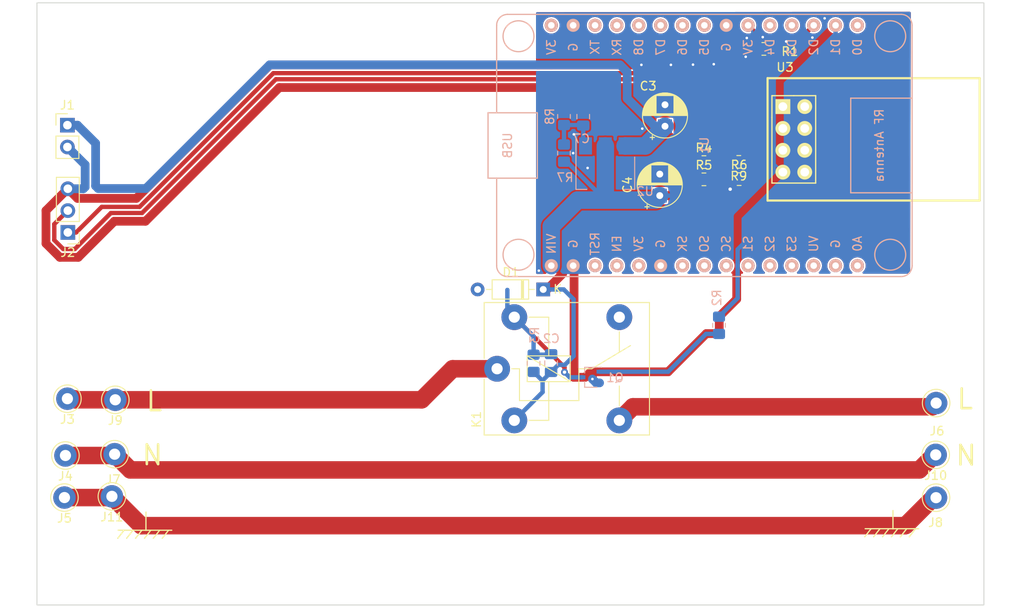
<source format=kicad_pcb>
(kicad_pcb (version 20221018) (generator pcbnew)
  (layers (0 "F.Cu" signal) (31 "B.Cu" signal) (34 "B.Paste" user) (35 "F.Paste" user) (36 "B.SilkS" user "B.Silkscreen") (37 "F.SilkS" user "F.Silkscreen") (38 "B.Mask" user) (39 "F.Mask" user) (44 "Edge.Cuts" user))
  (net 0 "")
  (net 1 "+5VD")
  (net 2 "GND")
  (net 3 "Net-(D1-A)")
  (net 4 "Net-(U2-GND)")
  (net 5 "+3.3V")
  (net 6 "/TEMP")
  (net 7 "Net-(J3-Pin_1)")
  (net 8 "Net-(J10-Pin_1)")
  (net 9 "Net-(J6-Pin_1)")
  (net 10 "Net-(Q1-B)")
  (net 11 "Earth_Protective")
  (net 12 "/RLY")
  (net 14 "+12V")
  (net 37 "Net-(D1-K)")
  (net 38 "Net-(U3-CH_PD)")
  (footprint "Connector_Pin:Pin_D1.3mm_L11.0mm" (layer "F.Cu") (at 68.9102 105.0036)
    (fp_text reference "J9" (at 0 2.4) (layer "F.SilkS"))
    (fp_text value "Conn_01x01_Male")
    (pad "1" thru_hole circle (at 0 0) (size 2.6 2.6) (drill 1.3) (layers "*.Cu" "*.Mask") (net 7 "Net-(J3-Pin_1)"))
  )
  (footprint "Connector_Pin:Pin_D1.3mm_L11.0mm" (layer "F.Cu") (at 164.2618 105.3846 90)
    (fp_text reference "J6" (at -3.2512 0.1016 180) (layer "F.SilkS"))
    (fp_text value "Conn_01x01_Male")
    (pad "1" thru_hole circle (at 0 0 90) (size 2.6 2.6) (drill 1.3) (layers "*.Cu" "*.Mask") (net 9 "Net-(J6-Pin_1)"))
  )
  (footprint "KicadPcb:ESP-01" (layer "F.Cu") (at 146.4564 70.9168)
    (fp_text reference "U3" (at 0.254 -4.572) (layer "F.SilkS"))
    (fp_text value "ESP-01v090")
    (pad "1" thru_hole rect (at 0 0) (size 1.7272 1.7272) (drill 1.016) (layers "*.Cu" "*.Mask" "F.SilkS"))
    (pad "2" thru_hole oval (at 2.54 0) (size 1.7272 1.7272) (drill 1.016) (layers "*.Cu" "*.Mask" "F.SilkS") (net 2 "GND"))
    (pad "3" thru_hole oval (at 0 2.54) (size 1.7272 1.7272) (drill 1.016) (layers "*.Cu" "*.Mask" "F.SilkS") (net 38 "Net-(U3-CH_PD)"))
    (pad "4" thru_hole oval (at 2.54 2.54) (size 1.7272 1.7272) (drill 1.016) (layers "*.Cu" "*.Mask" "F.SilkS") (net 12 "/RLY"))
    (pad "5" thru_hole oval (at 0 5.08) (size 1.7272 1.7272) (drill 1.016) (layers "*.Cu" "*.Mask" "F.SilkS"))
    (pad "6" thru_hole oval (at 2.54 5.08) (size 1.7272 1.7272) (drill 1.016) (layers "*.Cu" "*.Mask" "F.SilkS") (net 6 "/TEMP"))
    (pad "7" thru_hole oval (at 0 7.62) (size 1.7272 1.7272) (drill 1.016) (layers "*.Cu" "*.Mask" "F.SilkS") (net 5 "+3.3V"))
    (pad "8" thru_hole oval (at 2.54 7.62) (size 1.7272 1.7272) (drill 1.016) (layers "*.Cu" "*.Mask" "F.SilkS"))
  )
  (footprint "Connector_Pin:Pin_D1.3mm_L11.0mm" (layer "F.Cu") (at 164.2491 116.3828 90)
    (fp_text reference "J8" (at -2.8956 -0.0508 180) (layer "F.SilkS"))
    (fp_text value "Conn_01x01_Male")
    (pad "1" thru_hole circle (at 0 0 90) (size 2.6 2.6) (drill 1.3) (layers "*.Cu" "*.Mask") (net 11 "Earth_Protective"))
  )
  (footprint "Connector_PinHeader_2.54mm:PinHeader_1x03_P2.54mm_Vertical" (layer "F.Cu") (at 63.3984 85.5472 180)
    (fp_text reference "J2" (at 0 -2.33) (layer "F.SilkS"))
    (fp_text value "Conn_01x03_Male")
    (pad "1" thru_hole rect (at 0 0 180) (size 1.7 1.7) (drill 1) (layers "*.Cu" "*.Mask") (net 5 "+3.3V"))
    (pad "2" thru_hole oval (at 0 2.54 180) (size 1.7 1.7) (drill 1) (layers "*.Cu" "*.Mask") (net 6 "/TEMP"))
    (pad "3" thru_hole oval (at 0 5.08 180) (size 1.7 1.7) (drill 1) (layers "*.Cu" "*.Mask") (net 2 "GND"))
  )
  (footprint "Connector_Pin:Pin_D1.3mm_L11.0mm" (layer "F.Cu") (at 63.0047 116.3701)
    (fp_text reference "J5" (at 0 2.4) (layer "F.SilkS"))
    (fp_text value "Conn_01x01_Male")
    (pad "1" thru_hole circle (at 0 0) (size 2.6 2.6) (drill 1.3) (layers "*.Cu" "*.Mask") (net 11 "Earth_Protective"))
  )
  (footprint "Capacitor_THT:CP_Radial_D5.0mm_P2.50mm" (layer "F.Cu") (at 132.7658 73.2028 90)
    (fp_text reference "C3" (at 4.6736 -1.9558) (layer "F.SilkS"))
    (fp_text value "C_Polarized_Small")
    (pad "1" thru_hole rect (at 0 0 90) (size 1.6 1.6) (drill 0.8) (layers "*.Cu" "*.Mask") (net 14 "+12V"))
    (pad "2" thru_hole circle (at 2.5 0 90) (size 1.6 1.6) (drill 0.8) (layers "*.Cu" "*.Mask") (net 2 "GND"))
  )
  (footprint "Connector_Pin:Pin_D1.3mm_L11.0mm" (layer "F.Cu") (at 68.834 111.3282 90)
    (fp_text reference "J7" (at -2.9464 -0.1778 180) (layer "F.SilkS"))
    (fp_text value "Conn_01x01_Male")
    (pad "1" thru_hole circle (at 0 0 90) (size 2.6 2.6) (drill 1.3) (layers "*.Cu" "*.Mask") (net 8 "Net-(J10-Pin_1)"))
  )
  (footprint "Connector_PinHeader_2.54mm:PinHeader_1x02_P2.54mm_Vertical" (layer "F.Cu") (at 63.3476 73.0758)
    (fp_text reference "J1" (at 0 -2.33) (layer "F.SilkS"))
    (fp_text value "Jack-DC")
    (pad "1" thru_hole rect (at 0 0) (size 1.7 1.7) (drill 1) (layers "*.Cu" "*.Mask") (net 14 "+12V"))
    (pad "2" thru_hole oval (at 0 2.54) (size 1.7 1.7) (drill 1) (layers "*.Cu" "*.Mask") (net 2 "GND"))
  )
  (footprint "Diode_THT:D_DO-35_SOD27_P7.62mm_Horizontal" (layer "F.Cu") (at 118.618 92.1766 180)
    (fp_text reference "D1" (at 3.7592 1.9812) (layer "F.SilkS"))
    (fp_text value "1N4148")
    (fp_text user "K" (at -1.6764 0.0254) (layer "F.SilkS"))
    (pad "1" thru_hole rect (at 0 0 180) (size 1.6 1.6) (drill 0.8) (layers "*.Cu" "*.Mask") (net 37 "Net-(D1-K)"))
    (pad "2" thru_hole oval (at 7.62 0 180) (size 1.6 1.6) (drill 0.8) (layers "*.Cu" "*.Mask") (net 3 "Net-(D1-A)"))
  )
  (footprint "Resistor_SMD:R_0805_2012Metric_Pad1.20x1.40mm_HandSolder" (layer "F.Cu") (at 144.2466 64.2112 180)
    (fp_text reference "R1" (at -3.0226 -0.3048 -360) (layer "F.SilkS"))
    (fp_text value "R_Small_US")
    (pad "1" smd roundrect (at -1 0 180) (size 1.2 1.4) (layers "F.Cu" "F.Paste" "F.Mask") (roundrect_rratio 0.208333) (net 6 "/TEMP"))
    (pad "2" smd roundrect (at 1 0 180) (size 1.2 1.4) (layers "F.Cu" "F.Paste" "F.Mask") (roundrect_rratio 0.208333) (net 5 "+3.3V"))
  )
  (footprint "Connector_Pin:Pin_D1.3mm_L11.0mm" (layer "F.Cu") (at 164.211 111.4044)
    (fp_text reference "J10" (at 0 2.4) (layer "F.SilkS"))
    (fp_text value "Conn_01x01_Male")
    (pad "1" thru_hole circle (at 0 0) (size 2.6 2.6) (drill 1.3) (layers "*.Cu" "*.Mask") (net 8 "Net-(J10-Pin_1)"))
  )
  (footprint "Resistor_SMD:R_0805_2012Metric_Pad1.20x1.40mm_HandSolder" (layer "F.Cu") (at 141.335 77.343 180)
    (fp_text reference "R9" (at 0 -1.65) (layer "F.SilkS"))
    (fp_text value "0")
    (pad "1" smd roundrect (at -1 0 180) (size 1.2 1.4) (layers "F.Cu" "F.Paste" "F.Mask") (roundrect_rratio 0.208333) (net 5 "+3.3V"))
    (pad "2" smd roundrect (at 1 0 180) (size 1.2 1.4) (layers "F.Cu" "F.Paste" "F.Mask") (roundrect_rratio 0.208333) (net 38 "Net-(U3-CH_PD)"))
  )
  (footprint "MountingHole:MountingHole_2.2mm_M2" (layer "F.Cu") (at 65 123.75)
    (fp_text reference "REF**" (at 0.2018 0.3544) (layer "F.SilkS"))
    (fp_text value "MountingHole_2.2mm_M2")
    (pad "" np_thru_hole circle locked (at 0 0) (size 5 5) (drill 5) (layers "F&B.Cu" "*.Mask"))
  )
  (footprint "MountingHole:MountingHole_2.2mm_M2" (layer "F.Cu") (at 165 123.75)
    (fp_text reference "REF**" (at -0.1032 0.456) (layer "F.SilkS"))
    (fp_text value "MountingHole_2.2mm_M2")
    (pad "" np_thru_hole circle locked (at 0 0) (size 5 5) (drill 5) (layers "F&B.Cu" "*.Mask"))
  )
  (footprint "Connector_Pin:Pin_D1.3mm_L11.0mm" (layer "F.Cu") (at 63.119 111.4806)
    (fp_text reference "J4" (at 0 2.4) (layer "F.SilkS"))
    (fp_text value "Conn_01x01_Male")
    (pad "1" thru_hole circle (at 0 0) (size 2.6 2.6) (drill 1.3) (layers "*.Cu" "*.Mask") (net 8 "Net-(J10-Pin_1)"))
  )
  (footprint "Connector_Pin:Pin_D1.3mm_L11.0mm" (layer "F.Cu") (at 68.5165 116.2304)
    (fp_text reference "J11" (at 0 2.4) (layer "F.SilkS"))
    (fp_text value "Conn_01x01_Male")
    (pad "1" thru_hole circle (at 0 0) (size 2.6 2.6) (drill 1.3) (layers "*.Cu" "*.Mask") (net 11 "Earth_Protective"))
  )
  (footprint "MountingHole:MountingHole_2.2mm_M2" (layer "F.Cu") (at 65 63.75)
    (fp_text reference "REF**" (at 0.151 0.0548) (layer "F.SilkS"))
    (fp_text value "MountingHole_2.2mm_M2")
    (pad "" np_thru_hole circle locked (at 0 0) (size 5 5) (drill 5) (layers "F&B.Cu" "*.Mask"))
  )
  (footprint "Resistor_SMD:R_0805_2012Metric_Pad1.20x1.40mm_HandSolder" (layer "F.Cu") (at 137.287 79.375)
    (fp_text reference "R5" (at 0 -1.65) (layer "F.SilkS"))
    (fp_text value "0")
    (pad "1" smd roundrect (at -1 0) (size 1.2 1.4) (layers "F.Cu" "F.Paste" "F.Mask") (roundrect_rratio 0.208333) (net 1 "+5VD"))
    (pad "2" smd roundrect (at 1 0) (size 1.2 1.4) (layers "F.Cu" "F.Paste" "F.Mask") (roundrect_rratio 0.208333) (net 37 "Net-(D1-K)"))
  )
  (footprint "Resistor_SMD:R_0805_2012Metric_Pad1.20x1.40mm_HandSolder" (layer "F.Cu") (at 141.3764 79.3496)
    (fp_text reference "R6" (at 0 -1.65) (layer "F.SilkS"))
    (fp_text value "0")
    (pad "1" smd roundrect (at -1 0) (size 1.2 1.4) (layers "F.Cu" "F.Paste" "F.Mask") (roundrect_rratio 0.208333) (net 1 "+5VD"))
    (pad "2" smd roundrect (at 1 0) (size 1.2 1.4) (layers "F.Cu" "F.Paste" "F.Mask") (roundrect_rratio 0.208333) (net 5 "+3.3V"))
  )
  (footprint "Relay_THT:Relay_SPDT_Finder_36.11" (layer "F.Cu") (at 113.2604 101.3968)
    (fp_text reference "K1" (at -2.3894 5.8928 90) (layer "F.SilkS"))
    (fp_text value "FINDER-36.11")
    (pad "11" thru_hole circle (at 0 0) (size 3 3) (drill 1.3) (layers "*.Cu" "*.Mask") (net 7 "Net-(J3-Pin_1)"))
    (pad "12" thru_hole circle (at 14.2 -6) (size 3 3) (drill 1.3) (layers "*.Cu" "*.Mask"))
    (pad "14" thru_hole circle (at 14.2 6) (size 3 3) (drill 1.3) (layers "*.Cu" "*.Mask") (net 9 "Net-(J6-Pin_1)"))
    (pad "A1" thru_hole circle (at 2 6) (size 3 3) (drill 1.3) (layers "*.Cu" "*.Mask") (net 37 "Net-(D1-K)"))
    (pad "A2" thru_hole circle (at 2 -6) (size 3 3) (drill 1.3) (layers "*.Cu" "*.Mask") (net 3 "Net-(D1-A)"))
  )
  (footprint "Capacitor_THT:CP_Radial_D5.0mm_P2.50mm" (layer "F.Cu") (at 132.1562 81.265913 90)
    (fp_text reference "C4" (at 1.25 -3.75 90) (layer "F.SilkS"))
    (fp_text value "C_Polarized_Small")
    (pad "1" thru_hole rect (at 0 0 90) (size 1.6 1.6) (drill 0.8) (layers "*.Cu" "*.Mask") (net 1 "+5VD"))
    (pad "2" thru_hole circle (at 2.5 0 90) (size 1.6 1.6) (drill 0.8) (layers "*.Cu" "*.Mask") (net 2 "GND"))
  )
  (footprint "Connector_Pin:Pin_D1.3mm_L11.0mm" (layer "F.Cu") (at 63.3476 104.8766)
    (fp_text reference "J3" (at 0 2.4) (layer "F.SilkS"))
    (fp_text value "Conn_01x01_Male")
    (pad "1" thru_hole circle (at 0 0) (size 2.6 2.6) (drill 1.3) (layers "*.Cu" "*.Mask") (net 7 "Net-(J3-Pin_1)"))
  )
  (footprint "MountingHole:MountingHole_2.2mm_M2" (layer "F.Cu") (at 165 63.75)
    (fp_text reference "REF**" (at -0.1032 0.2072) (layer "F.SilkS"))
    (fp_text value "MountingHole_2.2mm_M2")
    (pad "" np_thru_hole circle locked (at 0 0) (size 5 5) (drill 5) (layers "F&B.Cu" "*.Mask"))
  )
  (footprint "Resistor_SMD:R_0805_2012Metric_Pad1.20x1.40mm_HandSolder" (layer "F.Cu") (at 137.287 77.3684)
    (fp_text reference "R4" (at 0 -1.65) (layer "F.SilkS"))
    (fp_text value "0")
    (pad "1" smd roundrect (at -1 0) (size 1.2 1.4) (layers "F.Cu" "F.Paste" "F.Mask") (roundrect_rratio 0.208333) (net 14 "+12V"))
    (pad "2" smd roundrect (at 1 0) (size 1.2 1.4) (layers "F.Cu" "F.Paste" "F.Mask") (roundrect_rratio 0.208333) (net 37 "Net-(D1-K)"))
  )
  (footprint "Capacitor_SMD:C_0805_2012Metric_Pad1.18x1.45mm_HandSolder" (layer "B.Cu") (at 119.5324 100.7364 -90)
    (fp_text reference "C2" (at -2.8487 -0.0254) (layer "B.SilkS") (effects (justify mirror)))
    (fp_text value "C_Small")
    (pad "1" smd roundrect (at -1.0375 0 270) (size 1.175 1.45) (layers "B.Cu" "B.Paste" "B.Mask") (roundrect_rratio 0.212766) (net 3 "Net-(D1-A)"))
    (pad "2" smd roundrect (at 1.0375 0 270) (size 1.175 1.45) (layers "B.Cu" "B.Paste" "B.Mask") (roundrect_rratio 0.212766) (net 37 "Net-(D1-K)"))
  )
  (footprint "Resistor_SMD:R_0805_2012Metric_Pad1.20x1.40mm_HandSolder" (layer "B.Cu") (at 121.031 72.0598 -90)
    (fp_text reference "R8" (at 0 1.65 90) (layer "B.SilkS") (effects (justify mirror)))
    (fp_text value "R_Small_US")
    (pad "1" smd roundrect (at -1 0 270) (size 1.2 1.4) (layers "B.Cu" "B.Paste" "B.Mask") (roundrect_rratio 0.208333) (net 2 "GND"))
    (pad "2" smd roundrect (at 1 0 270) (size 1.2 1.4) (layers "B.Cu" "B.Paste" "B.Mask") (roundrect_rratio 0.208333) (net 4 "Net-(U2-GND)"))
  )
  (footprint "Capacitor_SMD:C_0805_2012Metric_Pad1.18x1.45mm_HandSolder" (layer "B.Cu") (at 123.2662 72.0852 90)
    (fp_text reference "C7" (at -2.5654 -0.2032) (layer "B.SilkS") (effects (justify mirror)))
    (fp_text value "C_Small")
    (pad "1" smd roundrect (at -1.0375 0 90) (size 1.175 1.45) (layers "B.Cu" "B.Paste" "B.Mask") (roundrect_rratio 0.212766) (net 4 "Net-(U2-GND)"))
    (pad "2" smd roundrect (at 1.0375 0 90) (size 1.175 1.45) (layers "B.Cu" "B.Paste" "B.Mask") (roundrect_rratio 0.212766) (net 2 "GND"))
  )
  (footprint "Package_TO_SOT_SMD:SOT-323_SC-70" (layer "B.Cu") (at 124.1646 102.3874 180)
    (fp_text reference "Q1" (at -2.794 -0.0508) (layer "B.SilkS") (effects (justify mirror)))
    (fp_text value "2SC4213")
    (pad "1" smd rect (at -1 0.65 270) (size 0.45 0.7) (layers "B.Cu" "B.Paste" "B.Mask") (net 10 "Net-(Q1-B)"))
    (pad "2" smd rect (at -1 -0.65 270) (size 0.45 0.7) (layers "B.Cu" "B.Paste" "B.Mask") (net 2 "GND"))
    (pad "3" smd rect (at 1 0 270) (size 0.45 0.7) (layers "B.Cu" "B.Paste" "B.Mask") (net 3 "Net-(D1-A)"))
  )
  (footprint "Resistor_SMD:R_0805_2012Metric_Pad1.20x1.40mm_HandSolder" (layer "B.Cu") (at 139.0396 96.3422 -90)
    (fp_text reference "R2" (at -3.2004 0.254 90) (layer "B.SilkS") (effects (justify mirror)))
    (fp_text value "200")
    (pad "1" smd roundrect (at -1 0 270) (size 1.2 1.4) (layers "B.Cu" "B.Paste" "B.Mask") (roundrect_rratio 0.208333) (net 12 "/RLY"))
    (pad "2" smd roundrect (at 1 0 270) (size 1.2 1.4) (layers "B.Cu" "B.Paste" "B.Mask") (roundrect_rratio 0.208333) (net 10 "Net-(Q1-B)"))
  )
  (footprint "Resistor_SMD:R_0805_2012Metric_Pad1.20x1.40mm_HandSolder" (layer "B.Cu") (at 117.5004 100.7618 90)
    (fp_text reference "R3" (at 3.2766 0.127 90) (layer "B.SilkS") (effects (justify mirror)))
    (fp_text value "R_Small_US")
    (pad "1" smd roundrect (at -1 0 90) (size 1.2 1.4) (layers "B.Cu" "B.Paste" "B.Mask") (roundrect_rratio 0.208333) (net 37 "Net-(D1-K)"))
    (pad "2" smd roundrect (at 1 0 90) (size 1.2 1.4) (layers "B.Cu" "B.Paste" "B.Mask") (roundrect_rratio 0.208333) (net 3 "Net-(D1-A)"))
  )
  (footprint "KicadPcb:NodeMCU1.0(12-E)" (layer "B.Cu") (at 137.3378 75.438 90)
    (fp_text reference "U1" (at 0 0 90) (layer "B.SilkS") (effects (justify mirror)))
    (fp_text value "NodeMCU_1.0_(ESP-12E)")
    (fp_text user "VIN" (at -11.43 -17.78 90) (layer "B.SilkS") (effects (justify mirror)))
    (fp_text user "D5" (at 11.43 0 90) (layer "B.SilkS") (effects (justify mirror)))
    (fp_text user "G" (at -11.43 -5.08 90) (layer "B.SilkS") (effects (justify mirror)))
    (fp_text user "D1" (at 11.43 15.24 90) (layer "B.SilkS") (effects (justify mirror)))
    (fp_text user "S1" (at -11.43 5.08 90) (layer "B.SilkS") (effects (justify mirror)))
    (fp_text user "TX" (at 11.43 -12.7 90) (layer "B.SilkS") (effects (justify mirror)))
    (fp_text user "D0" (at 11.43 17.78 90) (layer "B.SilkS") (effects (justify mirror)))
    (fp_text user "D4" (at 11.43 7.62 90) (layer "B.SilkS") (effects (justify mirror)))
    (fp_text user "S2" (at -11.43 7.62 90) (layer "B.SilkS") (effects (justify mirror)))
    (fp_text user "G" (at 11.43 2.54 90) (layer "B.SilkS") (effects (justify mirror)))
    (fp_text user "USB" (at 0 -22.86 90) (layer "B.SilkS") (effects (justify mirror)))
    (fp_text user "A0" (at -11.43 17.78 90) (layer "B.SilkS") (effects (justify mirror)))
    (fp_text user "RF Antenna" (at 0 20.32 90) (layer "B.SilkS") (effects (justify mirror)))
    (fp_text user "D3" (at 11.43 10.16 90) (layer "B.SilkS") (effects (justify mirror)))
    (fp_text user "G" (at -11.43 -15.24 90) (layer "B.SilkS") (effects (justify mirror)))
    (fp_text user "S3" (at -11.43 10.16 90) (layer "B.SilkS") (effects (justify mirror)))
    (fp_text user "G" (at -11.43 15.24 90) (layer "B.SilkS") (effects (justify mirror)))
    (fp_text user "3V" (at 11.43 -17.78 90) (layer "B.SilkS") (effects (justify mirror)))
    (fp_text user "D6" (at 11.43 -2.54 90) (layer "B.SilkS") (effects (justify mirror)))
    (fp_text user "D2" (at 11.43 12.7 90) (layer "B.SilkS") (effects (justify mirror)))
    (fp_text user "3V" (at -11.43 -7.62 90) (layer "B.SilkS") (effects (justify mirror)))
    (fp_text user "D8" (at 11.43 -7.62 90) (layer "B.SilkS") (effects (justify mirror)))
    (fp_text user "SK" (at -11.43 -2.54 90) (layer "B.SilkS") (effects (justify mirror)))
    (fp_text user "D7" (at 11.43 -5.08 90) (layer "B.SilkS") (effects (justify mirror)))
    (fp_text user "EN" (at -11.43 -10.16 90) (layer "B.SilkS") (effects (justify mirror)))
    (fp_text user "G" (at 11.43 -15.24 90) (layer "B.SilkS") (effects (justify mirror)))
    (fp_text user "SC" (at -11.43 2.54 90) (layer "B.SilkS") (effects (justify mirror)))
    (fp_text user "3V" (at 11.43 5.08 90) (layer "B.SilkS") (effects (justify mirror)))
    (fp_text user "VU" (at -11.43 12.7 90) (layer "B.SilkS") (effects (justify mirror)))
    (fp_text user "RX" (at 11.43 -10.16 90) (layer "B.SilkS") (effects (justify mirror)))
    (fp_text user "SO" (at -11.43 0 90) (layer "B.SilkS") (effects (justify mirror)))
    (fp_text user "RST" (at -11.43 -12.7 90) (layer "B.SilkS") (effects (justify mirror)))
    (pad "1" thru_hole circle (at -13.97 17.78 90) (size 1.524 1.524) (drill 0.762) (layers "*.Cu" "*.Mask" "B.SilkS"))
    (pad "2" thru_hole circle (at -13.97 15.24 90) (size 1.524 1.524) (drill 0.762) (layers "*.Cu" "*.Mask" "B.SilkS"))
    (pad "3" thru_hole circle (at -13.97 12.7 90) (size 1.524 1.524) (drill 0.762) (layers "*.Cu" "*.Mask" "B.SilkS"))
    (pad "4" thru_hole circle (at -13.97 10.16 90) (size 1.524 1.524) (drill 0.762) (layers "*.Cu" "*.Mask" "B.SilkS"))
    (pad "5" thru_hole circle (at -13.97 7.62 90) (size 1.524 1.524) (drill 0.762) (layers "*.Cu" "*.Mask" "B.SilkS"))
    (pad "6" thru_hole circle (at -13.97 5.08 90) (size 1.524 1.524) (drill 0.762) (layers "*.Cu" "*.Mask" "B.SilkS"))
    (pad "7" thru_hole circle (at -13.97 2.54 90) (size 1.524 1.524) (drill 0.762) (layers "*.Cu" "*.Mask" "B.SilkS"))
    (pad "8" thru_hole circle (at -13.97 0 90) (size 1.524 1.524) (drill 0.762) (layers "*.Cu" "*.Mask" "B.SilkS"))
    (pad "9" thru_hole circle (at -13.97 -2.54 90) (size 1.524 1.524) (drill 0.762) (layers "*.Cu" "*.Mask" "B.SilkS"))
    (pad "10" thru_hole circle (at -13.97 -5.08 90) (size 1.524 1.524) (drill 0.762) (layers "*.Cu" "*.Mask" "B.SilkS") (net 2 "GND"))
    (pad "11" thru_hole circle (at -13.97 -7.62 90) (size 1.524 1.524) (drill 0.762) (layers "*.Cu" "*.Mask" "B.SilkS"))
    (pad "12" thru_hole circle (at -13.97 -10.16 90) (size 1.524 1.524) (drill 0.762) (layers "*.Cu" "*.Mask" "B.SilkS"))
    (pad "13" thru_hole circle (at -13.97 -12.7 90) (size 1.524 1.524) (drill 0.762) (layers "*.Cu" "*.Mask" "B.SilkS"))
    (pad "14" thru_hole circle (at -13.97 -15.24 90) (size 1.524 1.524) (drill 0.762) (layers "*.Cu" "*.Mask" "B.SilkS") (net 2 "GND"))
    (pad "15" thru_hole circle (at -13.97 -17.78 90) (size 1.524 1.524) (drill 0.762) (layers "*.Cu" "*.Mask" "B.SilkS") (net 1 "+5VD"))
    (pad "16" thru_hole circle (at 13.97 -17.78 90) (size 1.524 1.524) (drill 0.762) (layers "*.Cu" "*.Mask" "B.SilkS"))
    (pad "17" thru_hole circle (at 13.97 -15.24 90) (size 1.524 1.524) (drill 0.762) (layers "*.Cu" "*.Mask" "B.SilkS") (net 2 "GND"))
    (pad "18" thru_hole circle (at 13.97 -12.7 90) (size 1.524 1.524) (drill 0.762) (layers "*.Cu" "*.Mask" "B.SilkS"))
    (pad "19" thru_hole circle (at 13.97 -10.16 90) (size 1.524 1.524) (drill 0.762) (layers "*.Cu" "*.Mask" "B.SilkS"))
    (pad "20" thru_hole circle (at 13.97 -7.62 90) (size 1.524 1.524) (drill 0.762) (layers "*.Cu" "*.Mask" "B.SilkS"))
    (pad "21" thru_hole circle (at 13.97 -5.08 90) (size 1.524 1.524) (drill 0.762) (layers "*.Cu" "*.Mask" "B.SilkS"))
    (pad "22" thru_hole circle (at 13.97 -2.54 90) (size 1.524 1.524) (drill 0.762) (layers "*.Cu" "*.Mask" "B.SilkS"))
    (pad "23" thru_hole circle (at 13.97 0 90) (size 1.524 1.524) (drill 0.762) (layers "*.Cu" "*.Mask" "B.SilkS"))
    (pad "24" thru_hole circle (at 13.97 2.54 90) (size 1.524 1.524) (drill 0.762) (layers "*.Cu" "*.Mask" "B.SilkS") (net 2 "GND"))
    (pad "25" thru_hole circle (at 13.97 5.08 90) (size 1.524 1.524) (drill 0.762) (layers "*.Cu" "*.Mask" "B.SilkS") (net 5 "+3.3V"))
    (pad "26" thru_hole circle (at 13.97 7.62 90) (size 1.524 1.524) (drill 0.762) (layers "*.Cu" "*.Mask" "B.SilkS"))
    (pad "27" thru_hole circle (at 13.97 10.16 90) (size 1.524 1.524) (drill 0.762) (layers "*.Cu" "*.Mask" "B.SilkS"))
    (pad "28" thru_hole circle (at 13.97 12.7 90) (size 1.524 1.524) (drill 0.762) (layers "*.Cu" "*.Mask" "B.SilkS") (net 6 "/TEMP"))
    (pad "29" thru_hole circle (at 13.97 15.24 90) (size 1.524 1.524) (drill 0.762) (layers "*.Cu" "*.Mask" "B.SilkS") (net 12 "/RLY"))
    (pad "30" thru_hole circle (at 13.97 17.78 90) (size 1.524 1.524) (drill 0.762) (layers "*.Cu" "*.Mask" "B.SilkS"))
  )
  (footprint "Resistor_SMD:R_0805_2012Metric_Pad1.20x1.40mm_HandSolder" (layer "B.Cu") (at 121.031 76.327 -90)
    (fp_text reference "R7" (at 2.8448 -0.127) (layer "B.SilkS") (effects (justify mirror)))
    (fp_text value "R_Small_US")
    (pad "1" smd roundrect (at -1 0 270) (size 1.2 1.4) (layers "B.Cu" "B.Paste" "B.Mask") (roundrect_rratio 0.208333) (net 4 "Net-(U2-GND)"))
    (pad "2" smd roundrect (at 1 0 270) (size 1.2 1.4) (layers "B.Cu" "B.Paste" "B.Mask") (roundrect_rratio 0.208333) (net 1 "+5VD"))
  )
  (footprint "Package_TO_SOT_SMD:SOT-223-3_TabPin2" (layer "B.Cu") (at 125.8316 78.6384 -90)
    (fp_text reference "U2" (at 2.1336 -4.6228) (layer "B.SilkS") (effects (justify mirror)))
    (fp_text value "AMS1117-3.3")
    (pad "1" smd rect (at -3.15 2.3 270) (size 2 1.5) (layers "B.Cu" "B.Paste" "B.Mask") (net 4 "Net-(U2-GND)"))
    (pad "2" smd rect (at -3.15 0 270) (size 2 1.5) (layers "B.Cu" "B.Paste" "B.Mask") (net 1 "+5VD"))
    (pad "2" smd rect (at 3.15 0 270) (size 2 3.8) (layers "B.Cu" "B.Paste" "B.Mask") (net 1 "+5VD"))
    (pad "3" smd rect (at -3.15 -2.3 270) (size 2 1.5) (layers "B.Cu" "B.Paste" "B.Mask") (net 14 "+12V"))
  )
  (gr_line (start 71.99884 120.1674) (end 71.26224 121.1072) (stroke (width 0.15)) (layer "F.SilkS"))
  (gr_line (start 156.7053 119.9896) (end 155.9687 120.9294) (stroke (width 0.15)) (layer "F.SilkS"))
  (gr_line (start 159.2453 117.8814) (end 159.2453 119.9896) (stroke (width 0.15)) (layer "F.SilkS"))
  (gr_line (start 160.84042 119.9896) (end 160.10382 120.9294) (stroke (width 0.15)) (layer "F.SilkS"))
  (gr_line (start 72.47128 118.0592) (end 72.47128 120.1674) (stroke (width 0.15)) (layer "F.SilkS"))
  (gr_line (start 72.47128 120.1674) (end 75.46848 120.1674) (stroke (width 0.15)) (layer "F.SilkS"))
  (gr_line (start 161.8742 119.9896) (end 161.1376 120.9294) (stroke (width 0.15)) (layer "F.SilkS"))
  (gr_line (start 159.2453 119.9896) (end 156.0195 119.9896) (stroke (width 0.15)) (layer "F.SilkS"))
  (gr_line (start 158.77286 119.9896) (end 158.03626 120.9294) (stroke (width 0.15)) (layer "F.SilkS"))
  (gr_line (start 159.2453 119.9896) (end 162.2425 119.9896) (stroke (width 0.15)) (layer "F.SilkS"))
  (gr_line (start 69.93128 120.1674) (end 69.19468 121.1072) (stroke (width 0.15)) (layer "F.SilkS"))
  (gr_line (start 70.96506 120.1674) (end 70.22846 121.1072) (stroke (width 0.15)) (layer "F.SilkS"))
  (gr_line (start 74.0664 120.1674) (end 73.3298 121.1072) (stroke (width 0.15)) (layer "F.SilkS"))
  (gr_line (start 73.03262 120.1674) (end 72.29602 121.1072) (stroke (width 0.15)) (layer "F.SilkS"))
  (gr_line (start 75.10018 120.1674) (end 74.36358 121.1072) (stroke (width 0.15)) (layer "F.SilkS"))
  (gr_line (start 72.47128 120.1674) (end 69.24548 120.1674) (stroke (width 0.15)) (layer "F.SilkS"))
  (gr_line (start 159.80664 119.9896) (end 159.07004 120.9294) (stroke (width 0.15)) (layer "F.SilkS"))
  (gr_line (start 157.73908 119.9896) (end 157.00248 120.9294) (stroke (width 0.15)) (layer "F.SilkS"))
  (gr_rect locked (start 59.808 58.8518) (end 169.808 128.8518) (stroke (width 0.1)) (fill none) (layer "Edge.Cuts"))
  (gr_text "L" (at 73.4314 105.156) (layer "F.SilkS") (effects (font (size 2.286 2.286) (thickness 0.3))))
  (gr_text "L" (at 167.6146 104.9274) (layer "F.SilkS") (effects (font (size 2.286 2.286) (thickness 0.3))))
  (gr_text "N" (at 73.2282 111.4298) (layer "F.SilkS") (effects (font (size 2.286 2.286) (thickness 0.3))))
  (gr_text "N" (at 167.7416 111.4806) (layer "F.SilkS") (effects (font (size 2.286 2.286) (thickness 0.3))))
  (segment (start 140.3764 79.3496) (end 140.3764 80.4766) (width 0.508) (layer "F.Cu") (net 1))
  (segment (start 140.3764 80.4766) (end 140.335 80.518) (width 0.508) (layer "F.Cu") (net 1))
  (segment (start 134.396087 81.265913) (end 136.287 79.375) (width 1.016) (layer "F.Cu") (net 1))
  (segment (start 132.1562 81.265913) (end 134.396087 81.265913) (width 1.016) (layer "F.Cu") (net 1))
  (via (at 140.335 80.518) (size 0.8) (drill 0.4) (layers "F.Cu" "B.Cu") (net 1))
  (segment (start 119.5578 89.408) (end 119.5578 84.836) (width 2.032) (layer "B.Cu") (net 1))
  (segment (start 121.031 77.327) (end 121.3702 77.327) (width 0.508) (layer "B.Cu") (net 1))
  (segment (start 119.5578 84.836) (end 122.6054 81.7884) (width 2.032) (layer "B.Cu") (net 1))
  (segment (start 122.6054 81.7884) (end 125.8316 81.7884) (width 2.032) (layer "B.Cu") (net 1))
  (segment (start 125.8316 81.7884) (end 131.633713 81.7884) (width 2.032) (layer "B.Cu") (net 1))
  (segment (start 131.633713 81.7884) (end 132.1562 81.265913) (width 2.032) (layer "B.Cu") (net 1))
  (segment (start 125.8316 75.4884) (end 125.8316 81.7884) (width 2.032) (layer "B.Cu") (net 1))
  (segment (start 140.335 80.518) (end 139.587087 81.265913) (width 0.508) (layer "B.Cu") (net 1))
  (segment (start 121.3702 77.327) (end 125.8316 81.7884) (width 0.508) (layer "B.Cu") (net 1))
  (segment (start 139.587087 81.265913) (end 132.1562 81.265913) (width 0.508) (layer "B.Cu") (net 1))
  (segment (start 122.1486 102.3874) (end 122.106429 102.345229) (width 1.016) (layer "F.Cu") (net 2))
  (segment (start 141.0938 93.2974) (end 139.065 95.3262) (width 1.016) (layer "F.Cu") (net 2))
  (segment (start 141.0938 93.2974) (end 141.0938 90.3764) (width 1.016) (layer "F.Cu") (net 2))
  (segment (start 122.1999 102.251759) (end 122.1999 89.5101) (width 1.016) (layer "F.Cu") (net 2))
  (segment (start 124.333 102.5906) (end 124.333 101.9556) (width 1.016) (layer "F.Cu") (net 2))
  (segment (start 60.8616 83.004) (end 60.8616 86.834674) (width 1.016) (layer "F.Cu") (net 2))
  (segment (start 123.4948 102.3874) (end 122.1486 102.3874) (width 1.016) (layer "F.Cu") (net 2))
  (segment (start 139.065 97.3074) (end 137.5664 97.3074) (width 1.016) (layer "F.Cu") (net 2))
  (segment (start 122.0978 63.5286) (end 122.0978 61.468) (width 1.016) (layer "F.Cu") (net 2))
  (segment (start 63.3984 80.4672) (end 60.8616 83.004) (width 1.016) (layer "F.Cu") (net 2))
  (segment (start 119.5578 66.0686) (end 122.0978 63.5286) (width 1.016) (layer "F.Cu") (net 2))
  (segment (start 138.2744 66.0686) (end 139.8778 64.4652) (width 1.016) (layer "F.Cu") (net 2))
  (segment (start 139.8778 64.4652) (end 139.8778 61.468) (width 1.016) (layer "F.Cu") (net 2))
  (segment (start 133.1214 101.7524) (end 124.1298 101.7524) (width 1.016) (layer "F.Cu") (net 2))
  (segment (start 62.466526 88.4396) (end 64.609674 88.4396) (width 1.016) (layer "F.Cu") (net 2))
  (segment (start 86.875927 66.0686) (end 119.5578 66.0686) (width 1.016) (layer "F.Cu") (net 2))
  (segment (start 68.803873 84.2454) (end 72.421338 84.2454) (width 1.016) (layer "F.Cu") (net 2))
  (segment (start 63.3984 80.4672) (end 64.516 81.5848) (width 1.016) (layer "F.Cu") (net 2))
  (segment (start 71.359727 81.5848) (end 86.875927 66.0686) (width 1.016) (layer "F.Cu") (net 2))
  (segment (start 122.1999 89.5101) (end 122.0978 89.408) (width 1.016) (layer "F.Cu") (net 2))
  (segment (start 119.5578 66.0686) (end 138.2744 66.0686) (width 1.016) (layer "F.Cu") (net 2))
  (segment (start 87.966138 68.7006) (end 118.178 68.7006) (width 1.016) (layer "F.Cu") (net 2))
  (segment (start 64.516 81.5848) (end 71.359727 81.5848) (width 1.016) (layer "F.Cu") (net 2))
  (segment (start 139.065 95.3262) (end 139.065 97.3074) (width 1.016) (layer "F.Cu") (net 2))
  (segment (start 72.421338 84.2454) (end 87.966138 68.7006) (width 1.016) (layer "F.Cu") (net 2))
  (segment (start 124.1298 101.7524) (end 123.4948 102.3874) (width 1.016) (layer "F.Cu") (net 2))
  (segment (start 64.609674 88.4396) (end 68.803873 84.2454) (width 1.016) (layer "F.Cu") (net 2))
  (segment (start 60.8616 86.834674) (end 62.466526 88.4396) (width 1.016) (layer "F.Cu") (net 2))
  (segment (start 124.333 101.9556) (end 124.1298 101.7524) (width 0.25) (layer "F.Cu") (net 2))
  (segment (start 122.106429 102.345229) (end 122.1999 102.251759) (width 1.016) (layer "F.Cu") (net 2))
  (segment (start 137.5664 97.3074) (end 133.1214 101.7524) (width 1.016) (layer "F.Cu") (net 2))
  (via (at 142.1384 65.1256) (size 0.6) (drill 0.3) (layers "F.Cu" "B.Cu") (net 2))
  (via (at 133.4516 66.0654) (size 0.6) (drill 0.3) (layers "F.Cu" "B.Cu") (net 2))
  (via (at 149.8854 62.8904) (size 0.6) (drill 0.3) (layers "F.Cu" "B.Cu") (net 2))
  (via (at 122.0978 76.327) (size 0.6) (drill 0.3) (layers "F.Cu" "B.Cu") (net 2))
  (via (at 138.43 65.9892) (size 0.6) (drill 0.3) (layers "F.Cu" "B.Cu") (net 2))
  (via (at 124.333 102.5906) (size 0.6) (drill 0.3) (layers "F.Cu" "B.Cu") (net 2))
  (via (at 146.8374 63.3476) (size 0.6) (drill 0.3) (layers "F.Cu" "B.Cu") (net 2))
  (via (at 144.1196 62.8396) (size 0.6) (drill 0.3) (layers "F.Cu" "B.Cu") (net 2))
  (via (at 118.11 89.9922) (size 0.6) (drill 0.3) (layers "F.Cu" "B.Cu") (net 2))
  (via (at 136.017 66.04) (size 0.6) (drill 0.3) (layers "F.Cu" "B.Cu") (net 2))
  (via (at 122.174 74.1426) (size 0.6) (drill 0.3) (layers "F.Cu" "B.Cu") (net 2))
  (via (at 142.2654 62.9412) (size 0.6) (drill 0.3) (layers "F.Cu" "B.Cu") (net 2))
  (via (at 130.1242 73.4822) (size 0.6) (drill 0.3) (layers "F.Cu" "B.Cu") (net 2))
  (via (at 123.7742 78.0542) (size 0.6) (drill 0.3) (layers "F.Cu" "B.Cu") (net 2))
  (via (at 130.0226 66.0654) (size 0.6) (drill 0.3) (layers "F.Cu" "B.Cu") (net 2))
  (via (at 151.3078 60.6552) (size 0.6) (drill 0.3) (layers "F.Cu" "B.Cu") (net 2))
  (segment (start 125.1646 103.0374) (end 124.7798 103.0374) (width 1.016) (layer "B.Cu") (net 2))
  (segment (start 65.2018 80.4672) (end 65.4082 80.2608) (width 1.016) (layer "B.Cu") (net 2))
  (segment (start 63.3984 80.4672) (end 63.4492 80.518) (width 1.016) (layer "B.Cu") (net 2))
  (segment (start 124.7798 103.0374) (end 124.333 102.5906) (width 1.016) (layer "B.Cu") (net 2))
  (segment (start 65.4082 77.6764) (end 63.3476 75.6158) (width 1.016) (layer "B.Cu") (net 2))
  (segment (start 63.3984 80.4672) (end 65.2018 80.4672) (width 1.016) (layer "B.Cu") (net 2))
  (segment (start 65.4082 80.2608) (end 65.4082 77.6764) (width 1.016) (layer "B.Cu") (net 2))
  (segment (start 121.0919 101.79281) (end 121.0919 101.2283) (width 0.508) (layer "F.Cu") (net 3))
  (segment (start 121.0919 101.2283) (end 115.2604 95.3968) (width 0.508) (layer "F.Cu") (net 3))
  (via (at 121.0919 101.79281) (size 0.8) (drill 0.4) (layers "F.Cu" "B.Cu") (net 3))
  (segment (start 123.1646 102.3874) (end 121.68649 102.3874) (width 0.508) (layer "B.Cu") (net 3))
  (segment (start 114.4524 92.2274) (end 114.4524 94.5888) (width 0.508) (layer "B.Cu") (net 3))
  (segment (start 115.2604 95.3968) (end 115.2604 95.3976) (width 0.508) (layer "B.Cu") (net 3))
  (segment (start 121.68649 102.3874) (end 121.0919 101.79281) (width 0.508) (layer "B.Cu") (net 3))
  (segment (start 114.4524 94.5888) (end 115.2604 95.3968) (width 0.508) (layer "B.Cu") (net 3))
  (segment (start 117.5004 99.7618) (end 119.4695 99.7618) (width 0.508) (layer "B.Cu") (net 3))
  (segment (start 117.5004 97.6376) (end 117.5004 99.7618) (width 0.508) (layer "B.Cu") (net 3))
  (segment (start 119.4695 99.7618) (end 119.5324 99.6989) (width 0.508) (layer "B.Cu") (net 3))
  (segment (start 115.2604 95.3976) (end 117.5004 97.6376) (width 0.508) (layer "B.Cu") (net 3))
  (segment (start 123.2662 75.223) (end 123.5316 75.4884) (width 0.508) (layer "B.Cu") (net 4))
  (segment (start 123.2033 73.0598) (end 123.2662 73.1227) (width 0.508) (layer "B.Cu") (net 4))
  (segment (start 121.031 73.0598) (end 123.2033 73.0598) (width 0.508) (layer "B.Cu") (net 4))
  (segment (start 121.031 75.327) (end 121.031 73.0598) (width 0.508) (layer "B.Cu") (net 4))
  (segment (start 123.2662 73.1227) (end 123.2662 75.223) (width 0.508) (layer "B.Cu") (net 4))
  (segment (start 145.6436 79.3496) (end 146.4564 78.5368) (width 0.508) (layer "F.Cu") (net 5))
  (segment (start 141.5288 67.0306) (end 143.2814 65.278) (width 0.508) (layer "F.Cu") (net 5))
  (segment (start 142.3764 79.3496) (end 142.3764 77.3844) (width 0.254) (layer "F.Cu") (net 5))
  (segment (start 67.3354 82.5754) (end 71.729601 82.5754) (width 0.508) (layer "F.Cu") (net 5))
  (segment (start 143.2814 65.278) (end 143.2814 62.3316) (width 0.508) (layer "F.Cu") (net 5))
  (segment (start 64.3636 85.5472) (end 67.3354 82.5754) (width 0.508) (layer "F.Cu") (net 5))
  (segment (start 143.2814 62.3316) (end 142.4178 61.468) (width 0.508) (layer "F.Cu") (net 5))
  (segment (start 87.274401 67.0306) (end 141.5288 67.0306) (width 0.508) (layer "F.Cu") (net 5))
  (segment (start 142.3764 77.3844) (end 142.335 77.343) (width 0.254) (layer "F.Cu") (net 5))
  (segment (start 71.729601 82.5754) (end 87.274401 67.0306) (width 0.508) (layer "F.Cu") (net 5))
  (segment (start 142.3764 79.3496) (end 145.6436 79.3496) (width 0.508) (layer "F.Cu") (net 5))
  (segment (start 63.3984 85.5472) (end 64.3636 85.5472) (width 0.508) (layer "F.Cu") (net 5))
  (segment (start 142.8904 74.9708) (end 142.8904 61.9406) (width 0.25) (layer "B.Cu") (net 5))
  (segment (start 142.8904 61.9406) (end 142.4178 61.468) (width 0.25) (layer "B.Cu") (net 5))
  (segment (start 146.4564 78.5368) (end 142.8904 74.9708) (width 0.25) (layer "B.Cu") (net 5))
  (segment (start 147.8078 66.7724) (end 147.8078 74.8082) (width 0.25) (layer "F.Cu") (net 6))
  (segment (start 141.822063 67.7386) (end 87.567665 67.7386) (width 0.508) (layer "F.Cu") (net 6))
  (segment (start 87.567665 67.7386) (end 72.022864 83.2834) (width 0.508) (layer "F.Cu") (net 6))
  (segment (start 72.022864 83.2834) (end 68.4054 83.2834) (width 0.508) (layer "F.Cu") (net 6))
  (segment (start 145.2466 64.2112) (end 145.2466 64.314064) (width 0.508) (layer "F.Cu") (net 6))
  (segment (start 145.2466 64.314064) (end 141.822063 67.7386) (width 0.508) (layer "F.Cu") (net 6))
  (segment (start 68.4054 83.2834) (end 64.2112 87.4776) (width 0.508) (layer "F.Cu") (net 6))
  (segment (start 145.2466 64.2112) (end 147.8078 66.7724) (width 0.25) (layer "F.Cu") (net 6))
  (segment (start 150.0378 61.468) (end 147.2946 64.2112) (width 0.508) (layer "F.Cu") (net 6))
  (segment (start 147.2946 64.2112) (end 145.2466 64.2112) (width 0.508) (layer "F.Cu") (net 6))
  (segment (start 64.2112 87.4776) (end 62.865 87.4776) (width 0.508) (layer "F.Cu") (net 6))
  (segment (start 62.865 87.4776) (end 61.8236 86.4362) (width 0.508) (layer "F.Cu") (net 6))
  (segment (start 61.8236 86.4362) (end 61.8236 84.582) (width 0.508) (layer "F.Cu") (net 6))
  (segment (start 147.8078 74.8082) (end 148.9964 75.9968) (width 0.25) (layer "F.Cu") (net 6))
  (segment (start 61.8236 84.582) (end 63.3984 83.0072) (width 0.508) (layer "F.Cu") (net 6))
  (segment (start 64.1604 104.8766) (end 64.2874 105.0036) (width 2.032) (layer "F.Cu") (net 7))
  (segment (start 108.1024 101.3968) (end 113.2604 101.3968) (width 2.032) (layer "F.Cu") (net 7))
  (segment (start 64.2874 105.0036) (end 104.4956 105.0036) (width 2.032) (layer "F.Cu") (net 7))
  (segment (start 104.4956 105.0036) (end 108.1024 101.3968) (width 2.032) (layer "F.Cu") (net 7))
  (segment (start 63.119 111.4806) (end 68.6816 111.4806) (width 2.032) (layer "F.Cu") (net 8))
  (segment (start 68.834 111.3282) (end 70.6628 113.157) (width 2.032) (layer "F.Cu") (net 8))
  (segment (start 162.306 113.157) (end 164.1348 111.3282) (width 2.032) (layer "F.Cu") (net 8))
  (segment (start 68.6816 111.4806) (end 68.834 111.3282) (width 1.016) (layer "F.Cu") (net 8))
  (segment (start 164.1348 111.3282) (end 164.211 111.4044) (width 1.016) (layer "F.Cu") (net 8))
  (segment (start 70.6628 113.157) (end 162.306 113.157) (width 2.032) (layer "F.Cu") (net 8))
  (segment (start 129.0408 105.8164) (end 163.83 105.8164) (width 2.032) (layer "F.Cu") (net 9))
  (segment (start 163.83 105.8164) (end 164.2618 105.3846) (width 2.032) (layer "F.Cu") (net 9))
  (segment (start 127.4604 107.3968) (end 129.0408 105.8164) (width 2.032) (layer "F.Cu") (net 9))
  (segment (start 133.1364 101.7374) (end 137.5316 97.3422) (width 0.508) (layer "B.Cu") (net 10))
  (segment (start 137.5316 97.3422) (end 139.0396 97.3422) (width 0.508) (layer "B.Cu") (net 10))
  (segment (start 125.1646 101.7374) (end 133.1364 101.7374) (width 0.508) (layer "B.Cu") (net 10))
  (segment (start 68.5165 116.2304) (end 71.9201 119.634) (width 2.032) (layer "F.Cu") (net 11))
  (segment (start 164.0967 116.2304) (end 164.2491 116.3828) (width 1.016) (layer "F.Cu") (net 11))
  (segment (start 63.0047 116.3701) (end 68.3768 116.3701) (width 2.032) (layer "F.Cu") (net 11))
  (segment (start 68.3768 116.3701) (end 68.5165 116.2304) (width 1.016) (layer "F.Cu") (net 11))
  (segment (start 71.9201 119.634) (end 160.6931 119.634) (width 2.032) (layer "F.Cu") (net 11))
  (segment (start 160.6931 119.634) (end 164.0967 116.2304) (width 2.032) (layer "F.Cu") (net 11))
  (segment (start 148.9964 73.4568) (end 152.1714 73.4568) (width 0.25) (layer "B.Cu") (net 12))
  (segment (start 152.5778 73.0504) (end 152.5778 61.468) (width 0.508) (layer "B.Cu") (net 12))
  (segment (start 152.5778 81.5594) (end 152.5778 73.0504) (width 0.508) (layer "B.Cu") (net 12))
  (segment (start 141.2018 87.5252) (end 144.4244 84.3026) (width 0.508) (layer "B.Cu") (net 12))
  (segment (start 152.1714 73.4568) (end 152.5778 73.0504) (width 0.25) (layer "B.Cu") (net 12))
  (segment (start 139.0396 95.3422) (end 141.2018 93.18) (width 0.508) (layer "B.Cu") (net 12))
  (segment (start 144.4244 84.3026) (end 149.8346 84.3026) (width 0.508) (layer "B.Cu") (net 12))
  (segment (start 149.8346 84.3026) (end 152.5778 81.5594) (width 0.508) (layer "B.Cu") (net 12))
  (segment (start 141.2018 93.18) (end 141.2018 87.5252) (width 0.508) (layer "B.Cu") (net 12))
  (segment (start 132.7658 73.2028) (end 132.7658 73.8472) (width 1.016) (layer "F.Cu") (net 14))
  (segment (start 132.7658 73.8472) (end 136.287 77.3684) (width 1.016) (layer "F.Cu") (net 14))
  (segment (start 127.5334 66.0654) (end 128.3716 66.9036) (width 1.016) (layer "B.Cu") (net 14))
  (segment (start 130.4798 75.4888) (end 132.7658 73.2028) (width 2.032) (layer "B.Cu") (net 14))
  (segment (start 86.8426 66.0654) (end 127.5334 66.0654) (width 1.016) (layer "B.Cu") (net 14))
  (segment (start 66.6242 75.184) (end 66.6242 80.137) (width 1.016) (layer "B.Cu") (net 14))
  (segment (start 131.5974 73.2028) (end 132.7658 73.2028) (width 1.016) (layer "B.Cu") (net 14))
  (segment (start 128.1316 75.4884) (end 128.132 75.4888) (width 2.032) (layer "B.Cu") (net 14))
  (segment (start 72.4662 80.4418) (end 86.8426 66.0654) (width 1.016) (layer "B.Cu") (net 14))
  (segment (start 66.6242 80.137) (end 66.929 80.4418) (width 1.016) (layer "B.Cu") (net 14))
  (segment (start 128.132 75.4888) (end 130.4798 75.4888) (width 2.032) (layer "B.Cu") (net 14))
  (segment (start 63.3476 73.0758) (end 64.516 73.0758) (width 1.016) (layer "B.Cu") (net 14))
  (segment (start 128.3716 66.9036) (end 128.3716 69.977) (width 1.016) (layer "B.Cu") (net 14))
  (segment (start 66.929 80.4418) (end 72.4662 80.4418) (width 1.016) (layer "B.Cu") (net 14))
  (segment (start 128.3716 69.977) (end 131.5974 73.2028) (width 1.016) (layer "B.Cu") (net 14))
  (segment (start 64.516 73.0758) (end 66.6242 75.184) (width 1.016) (layer "B.Cu") (net 14))
  (segment (start 120.8786 90.3478) (end 120.8818 90.3446) (width 0.508) (layer "F.Cu") (net 37))
  (segment (start 120.8786 90.3478) (end 119.0498 92.1766) (width 1.016) (layer "F.Cu") (net 37))
  (segment (start 123.4694 84.963) (end 120.9548 87.4776) (width 1.016) (layer "F.Cu") (net 37))
  (segment (start 134.623906 84.963) (end 125.7046 84.963) (width 1.016) (layer "F.Cu") (net 37))
  (segment (start 125.7046 84.963) (end 123.4694 84.963) (width 1.016) (layer "F.Cu") (net 37))
  (segment (start 138.287 79.375) (end 138.287 81.299906) (width 1.016) (layer "F.Cu") (net 37))
  (segment (start 120.8818 88.545106) (end 120.8818 90.3446) (width 0.508) (layer "F.Cu") (net 37))
  (segment (start 120.9548 87.4776) (end 120.9548 88.472106) (width 1.016) (layer "F.Cu") (net 37))
  (segment (start 138.287 77.3684) (end 138.287 79.375) (width 1.016) (layer "F.Cu") (net 37))
  (segment (start 138.287 81.299906) (end 134.623906 84.963) (width 1.016) (layer "F.Cu") (net 37))
  (segment (start 120.9548 88.472106) (end 120.8818 88.545106) (width 0.508) (layer "F.Cu") (net 37))
  (segment (start 119.0498 92.1766) (end 118.618 92.1766) (width 1.016) (layer "F.Cu") (net 37))
  (segment (start 122.1486 93.3196) (end 121.0056 92.1766) (width 0.508) (layer "B.Cu") (net 37))
  (segment (start 121.13339 100.93881) (end 122.1486 99.9236) (width 0.508) (layer "B.Cu") (net 37))
  (segment (start 118.5457 102.8071) (end 117.5004 101.7618) (width 0.508) (layer "B.Cu") (net 37))
  (segment (start 118.5457 102.8071) (end 118.5457 102.7606) (width 0.508) (layer "B.Cu") (net 37))
  (segment (start 118.5457 104.1115) (end 118.5457 102.8071) (width 0.508) (layer "B.Cu") (net 37))
  (segment (start 118.5457 104.1115) (end 115.2604 107.3968) (width 0.508) (layer "B.Cu") (net 37))
  (segment (start 122.1486 99.9236) (end 122.1486 93.3196) (width 0.508) (layer "B.Cu") (net 37))
  (segment (start 121.0056 92.1766) (end 118.618 92.1766) (width 0.508) (layer "B.Cu") (net 37))
  (segment (start 120.36749 100.93881) (end 121.13339 100.93881) (width 0.508) (layer "B.Cu") (net 37))
  (segment (start 119.5324 101.7739) (end 120.36749 100.93881) (width 0.508) (layer "B.Cu") (net 37))
  (segment (start 118.5457 102.7606) (end 119.5324 101.7739) (width 0.508) (layer "B.Cu") (net 37))
  (segment (start 140.335 77.343) (end 140.335 76.073) (width 0.254) (layer "F.Cu") (net 38))
  (segment (start 140.335 76.073) (end 142.9512 73.4568) (width 0.254) (layer "F.Cu") (net 38))
  (segment (start 142.9512 73.4568) (end 146.4564 73.4568) (width 0.254) (layer "F.Cu") (net 38))
  (zone (net 2) (net_name "GND") (layer "F.Cu") (name "gnd") (connect_pads yes (clearance 0)) (min_thickness 0.25) (fill yes (thermal_gap 0.5) (thermal_bridge_width 0.5))
    (polygon (pts (xy 117.7798 90.3732) (xy 161.2392 90.3478) (xy 161.3154 59.8932) (xy 117.7798 59.944)))
  )
  (zone (net 2) (net_name "GND") (layer "B.Cu") (name "gnd") (connect_pads yes (clearance 0)) (min_thickness 0.25) (fill yes (thermal_gap 0.5) (thermal_bridge_width 0.5))
    (polygon (pts (xy 117.7798 90.3732) (xy 161.2392 90.3478) (xy 161.3154 59.8932) (xy 117.7798 59.944)))
  )
)
</source>
